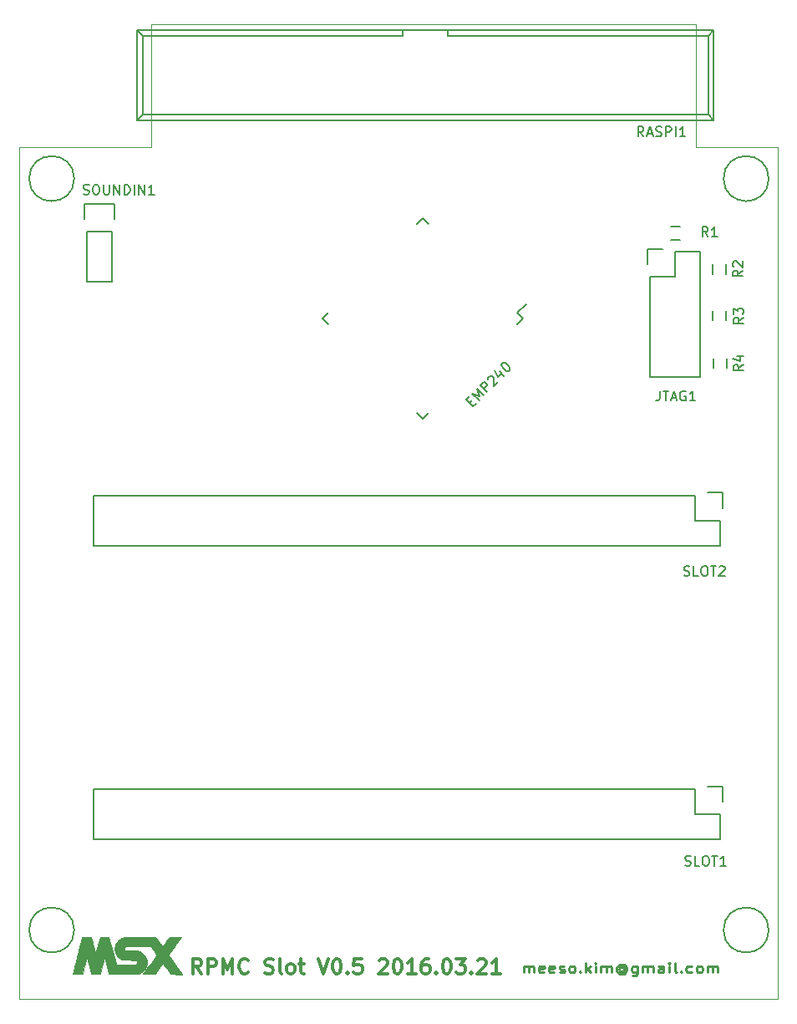
<source format=gbr>
G04 #@! TF.FileFunction,Legend,Top*
%FSLAX46Y46*%
G04 Gerber Fmt 4.6, Leading zero omitted, Abs format (unit mm)*
G04 Created by KiCad (PCBNEW 4.0.2-stable) date 2016-03-21 오전 2:06:37*
%MOMM*%
G01*
G04 APERTURE LIST*
%ADD10C,0.100000*%
%ADD11C,0.300000*%
%ADD12C,0.250000*%
%ADD13C,0.150000*%
%ADD14C,0.010000*%
G04 APERTURE END LIST*
D10*
X92857320Y-145000000D02*
X169666920Y-145000000D01*
X92857320Y-58719720D02*
X92857320Y-145000000D01*
X106227880Y-58719720D02*
X92857320Y-58719720D01*
X106227880Y-46294040D02*
X106227880Y-58719720D01*
X161401760Y-46294040D02*
X106227880Y-46294040D01*
X161401760Y-58734960D02*
X161401760Y-46294040D01*
X169666920Y-58734960D02*
X161401760Y-58734960D01*
X169666920Y-145000000D02*
X169666920Y-58734960D01*
D11*
X111305431Y-142410571D02*
X110805431Y-141696286D01*
X110448288Y-142410571D02*
X110448288Y-140910571D01*
X111019716Y-140910571D01*
X111162574Y-140982000D01*
X111234002Y-141053429D01*
X111305431Y-141196286D01*
X111305431Y-141410571D01*
X111234002Y-141553429D01*
X111162574Y-141624857D01*
X111019716Y-141696286D01*
X110448288Y-141696286D01*
X111948288Y-142410571D02*
X111948288Y-140910571D01*
X112519716Y-140910571D01*
X112662574Y-140982000D01*
X112734002Y-141053429D01*
X112805431Y-141196286D01*
X112805431Y-141410571D01*
X112734002Y-141553429D01*
X112662574Y-141624857D01*
X112519716Y-141696286D01*
X111948288Y-141696286D01*
X113448288Y-142410571D02*
X113448288Y-140910571D01*
X113948288Y-141982000D01*
X114448288Y-140910571D01*
X114448288Y-142410571D01*
X116019717Y-142267714D02*
X115948288Y-142339143D01*
X115734002Y-142410571D01*
X115591145Y-142410571D01*
X115376860Y-142339143D01*
X115234002Y-142196286D01*
X115162574Y-142053429D01*
X115091145Y-141767714D01*
X115091145Y-141553429D01*
X115162574Y-141267714D01*
X115234002Y-141124857D01*
X115376860Y-140982000D01*
X115591145Y-140910571D01*
X115734002Y-140910571D01*
X115948288Y-140982000D01*
X116019717Y-141053429D01*
X117734002Y-142339143D02*
X117948288Y-142410571D01*
X118305431Y-142410571D01*
X118448288Y-142339143D01*
X118519717Y-142267714D01*
X118591145Y-142124857D01*
X118591145Y-141982000D01*
X118519717Y-141839143D01*
X118448288Y-141767714D01*
X118305431Y-141696286D01*
X118019717Y-141624857D01*
X117876859Y-141553429D01*
X117805431Y-141482000D01*
X117734002Y-141339143D01*
X117734002Y-141196286D01*
X117805431Y-141053429D01*
X117876859Y-140982000D01*
X118019717Y-140910571D01*
X118376859Y-140910571D01*
X118591145Y-140982000D01*
X119448288Y-142410571D02*
X119305430Y-142339143D01*
X119234002Y-142196286D01*
X119234002Y-140910571D01*
X120234002Y-142410571D02*
X120091144Y-142339143D01*
X120019716Y-142267714D01*
X119948287Y-142124857D01*
X119948287Y-141696286D01*
X120019716Y-141553429D01*
X120091144Y-141482000D01*
X120234002Y-141410571D01*
X120448287Y-141410571D01*
X120591144Y-141482000D01*
X120662573Y-141553429D01*
X120734002Y-141696286D01*
X120734002Y-142124857D01*
X120662573Y-142267714D01*
X120591144Y-142339143D01*
X120448287Y-142410571D01*
X120234002Y-142410571D01*
X121162573Y-141410571D02*
X121734002Y-141410571D01*
X121376859Y-140910571D02*
X121376859Y-142196286D01*
X121448287Y-142339143D01*
X121591145Y-142410571D01*
X121734002Y-142410571D01*
X123162573Y-140910571D02*
X123662573Y-142410571D01*
X124162573Y-140910571D01*
X124948287Y-140910571D02*
X125091144Y-140910571D01*
X125234001Y-140982000D01*
X125305430Y-141053429D01*
X125376859Y-141196286D01*
X125448287Y-141482000D01*
X125448287Y-141839143D01*
X125376859Y-142124857D01*
X125305430Y-142267714D01*
X125234001Y-142339143D01*
X125091144Y-142410571D01*
X124948287Y-142410571D01*
X124805430Y-142339143D01*
X124734001Y-142267714D01*
X124662573Y-142124857D01*
X124591144Y-141839143D01*
X124591144Y-141482000D01*
X124662573Y-141196286D01*
X124734001Y-141053429D01*
X124805430Y-140982000D01*
X124948287Y-140910571D01*
X126091144Y-142267714D02*
X126162572Y-142339143D01*
X126091144Y-142410571D01*
X126019715Y-142339143D01*
X126091144Y-142267714D01*
X126091144Y-142410571D01*
X127519716Y-140910571D02*
X126805430Y-140910571D01*
X126734001Y-141624857D01*
X126805430Y-141553429D01*
X126948287Y-141482000D01*
X127305430Y-141482000D01*
X127448287Y-141553429D01*
X127519716Y-141624857D01*
X127591144Y-141767714D01*
X127591144Y-142124857D01*
X127519716Y-142267714D01*
X127448287Y-142339143D01*
X127305430Y-142410571D01*
X126948287Y-142410571D01*
X126805430Y-142339143D01*
X126734001Y-142267714D01*
X129305429Y-141053429D02*
X129376858Y-140982000D01*
X129519715Y-140910571D01*
X129876858Y-140910571D01*
X130019715Y-140982000D01*
X130091144Y-141053429D01*
X130162572Y-141196286D01*
X130162572Y-141339143D01*
X130091144Y-141553429D01*
X129234001Y-142410571D01*
X130162572Y-142410571D01*
X131091143Y-140910571D02*
X131234000Y-140910571D01*
X131376857Y-140982000D01*
X131448286Y-141053429D01*
X131519715Y-141196286D01*
X131591143Y-141482000D01*
X131591143Y-141839143D01*
X131519715Y-142124857D01*
X131448286Y-142267714D01*
X131376857Y-142339143D01*
X131234000Y-142410571D01*
X131091143Y-142410571D01*
X130948286Y-142339143D01*
X130876857Y-142267714D01*
X130805429Y-142124857D01*
X130734000Y-141839143D01*
X130734000Y-141482000D01*
X130805429Y-141196286D01*
X130876857Y-141053429D01*
X130948286Y-140982000D01*
X131091143Y-140910571D01*
X133019714Y-142410571D02*
X132162571Y-142410571D01*
X132591143Y-142410571D02*
X132591143Y-140910571D01*
X132448286Y-141124857D01*
X132305428Y-141267714D01*
X132162571Y-141339143D01*
X134305428Y-140910571D02*
X134019714Y-140910571D01*
X133876857Y-140982000D01*
X133805428Y-141053429D01*
X133662571Y-141267714D01*
X133591142Y-141553429D01*
X133591142Y-142124857D01*
X133662571Y-142267714D01*
X133733999Y-142339143D01*
X133876857Y-142410571D01*
X134162571Y-142410571D01*
X134305428Y-142339143D01*
X134376857Y-142267714D01*
X134448285Y-142124857D01*
X134448285Y-141767714D01*
X134376857Y-141624857D01*
X134305428Y-141553429D01*
X134162571Y-141482000D01*
X133876857Y-141482000D01*
X133733999Y-141553429D01*
X133662571Y-141624857D01*
X133591142Y-141767714D01*
X135091142Y-142267714D02*
X135162570Y-142339143D01*
X135091142Y-142410571D01*
X135019713Y-142339143D01*
X135091142Y-142267714D01*
X135091142Y-142410571D01*
X136091142Y-140910571D02*
X136233999Y-140910571D01*
X136376856Y-140982000D01*
X136448285Y-141053429D01*
X136519714Y-141196286D01*
X136591142Y-141482000D01*
X136591142Y-141839143D01*
X136519714Y-142124857D01*
X136448285Y-142267714D01*
X136376856Y-142339143D01*
X136233999Y-142410571D01*
X136091142Y-142410571D01*
X135948285Y-142339143D01*
X135876856Y-142267714D01*
X135805428Y-142124857D01*
X135733999Y-141839143D01*
X135733999Y-141482000D01*
X135805428Y-141196286D01*
X135876856Y-141053429D01*
X135948285Y-140982000D01*
X136091142Y-140910571D01*
X137091142Y-140910571D02*
X138019713Y-140910571D01*
X137519713Y-141482000D01*
X137733999Y-141482000D01*
X137876856Y-141553429D01*
X137948285Y-141624857D01*
X138019713Y-141767714D01*
X138019713Y-142124857D01*
X137948285Y-142267714D01*
X137876856Y-142339143D01*
X137733999Y-142410571D01*
X137305427Y-142410571D01*
X137162570Y-142339143D01*
X137091142Y-142267714D01*
X138662570Y-142267714D02*
X138733998Y-142339143D01*
X138662570Y-142410571D01*
X138591141Y-142339143D01*
X138662570Y-142267714D01*
X138662570Y-142410571D01*
X139305427Y-141053429D02*
X139376856Y-140982000D01*
X139519713Y-140910571D01*
X139876856Y-140910571D01*
X140019713Y-140982000D01*
X140091142Y-141053429D01*
X140162570Y-141196286D01*
X140162570Y-141339143D01*
X140091142Y-141553429D01*
X139233999Y-142410571D01*
X140162570Y-142410571D01*
X141591141Y-142410571D02*
X140733998Y-142410571D01*
X141162570Y-142410571D02*
X141162570Y-140910571D01*
X141019713Y-141124857D01*
X140876855Y-141267714D01*
X140733998Y-141339143D01*
D12*
X143968429Y-142311381D02*
X143968429Y-141644714D01*
X143968429Y-141739952D02*
X144025572Y-141692333D01*
X144139858Y-141644714D01*
X144311286Y-141644714D01*
X144425572Y-141692333D01*
X144482715Y-141787571D01*
X144482715Y-142311381D01*
X144482715Y-141787571D02*
X144539858Y-141692333D01*
X144654144Y-141644714D01*
X144825572Y-141644714D01*
X144939858Y-141692333D01*
X144997001Y-141787571D01*
X144997001Y-142311381D01*
X146025572Y-142263762D02*
X145911286Y-142311381D01*
X145682715Y-142311381D01*
X145568429Y-142263762D01*
X145511286Y-142168524D01*
X145511286Y-141787571D01*
X145568429Y-141692333D01*
X145682715Y-141644714D01*
X145911286Y-141644714D01*
X146025572Y-141692333D01*
X146082715Y-141787571D01*
X146082715Y-141882810D01*
X145511286Y-141978048D01*
X147054143Y-142263762D02*
X146939857Y-142311381D01*
X146711286Y-142311381D01*
X146597000Y-142263762D01*
X146539857Y-142168524D01*
X146539857Y-141787571D01*
X146597000Y-141692333D01*
X146711286Y-141644714D01*
X146939857Y-141644714D01*
X147054143Y-141692333D01*
X147111286Y-141787571D01*
X147111286Y-141882810D01*
X146539857Y-141978048D01*
X147568428Y-142263762D02*
X147682714Y-142311381D01*
X147911286Y-142311381D01*
X148025571Y-142263762D01*
X148082714Y-142168524D01*
X148082714Y-142120905D01*
X148025571Y-142025667D01*
X147911286Y-141978048D01*
X147739857Y-141978048D01*
X147625571Y-141930429D01*
X147568428Y-141835190D01*
X147568428Y-141787571D01*
X147625571Y-141692333D01*
X147739857Y-141644714D01*
X147911286Y-141644714D01*
X148025571Y-141692333D01*
X148768429Y-142311381D02*
X148654143Y-142263762D01*
X148597000Y-142216143D01*
X148539857Y-142120905D01*
X148539857Y-141835190D01*
X148597000Y-141739952D01*
X148654143Y-141692333D01*
X148768429Y-141644714D01*
X148939857Y-141644714D01*
X149054143Y-141692333D01*
X149111286Y-141739952D01*
X149168429Y-141835190D01*
X149168429Y-142120905D01*
X149111286Y-142216143D01*
X149054143Y-142263762D01*
X148939857Y-142311381D01*
X148768429Y-142311381D01*
X149682714Y-142216143D02*
X149739857Y-142263762D01*
X149682714Y-142311381D01*
X149625571Y-142263762D01*
X149682714Y-142216143D01*
X149682714Y-142311381D01*
X150254143Y-142311381D02*
X150254143Y-141311381D01*
X150368429Y-141930429D02*
X150711286Y-142311381D01*
X150711286Y-141644714D02*
X150254143Y-142025667D01*
X151225572Y-142311381D02*
X151225572Y-141644714D01*
X151225572Y-141311381D02*
X151168429Y-141359000D01*
X151225572Y-141406619D01*
X151282715Y-141359000D01*
X151225572Y-141311381D01*
X151225572Y-141406619D01*
X151797001Y-142311381D02*
X151797001Y-141644714D01*
X151797001Y-141739952D02*
X151854144Y-141692333D01*
X151968430Y-141644714D01*
X152139858Y-141644714D01*
X152254144Y-141692333D01*
X152311287Y-141787571D01*
X152311287Y-142311381D01*
X152311287Y-141787571D02*
X152368430Y-141692333D01*
X152482716Y-141644714D01*
X152654144Y-141644714D01*
X152768430Y-141692333D01*
X152825573Y-141787571D01*
X152825573Y-142311381D01*
X154139858Y-141835190D02*
X154082716Y-141787571D01*
X153968430Y-141739952D01*
X153854144Y-141739952D01*
X153739858Y-141787571D01*
X153682716Y-141835190D01*
X153625573Y-141930429D01*
X153625573Y-142025667D01*
X153682716Y-142120905D01*
X153739858Y-142168524D01*
X153854144Y-142216143D01*
X153968430Y-142216143D01*
X154082716Y-142168524D01*
X154139858Y-142120905D01*
X154139858Y-141739952D02*
X154139858Y-142120905D01*
X154197001Y-142168524D01*
X154254144Y-142168524D01*
X154368430Y-142120905D01*
X154425573Y-142025667D01*
X154425573Y-141787571D01*
X154311287Y-141644714D01*
X154139858Y-141549476D01*
X153911287Y-141501857D01*
X153682716Y-141549476D01*
X153511287Y-141644714D01*
X153397001Y-141787571D01*
X153339858Y-141978048D01*
X153397001Y-142168524D01*
X153511287Y-142311381D01*
X153682716Y-142406619D01*
X153911287Y-142454238D01*
X154139858Y-142406619D01*
X154311287Y-142311381D01*
X155454144Y-141644714D02*
X155454144Y-142454238D01*
X155397001Y-142549476D01*
X155339858Y-142597095D01*
X155225573Y-142644714D01*
X155054144Y-142644714D01*
X154939858Y-142597095D01*
X155454144Y-142263762D02*
X155339858Y-142311381D01*
X155111287Y-142311381D01*
X154997001Y-142263762D01*
X154939858Y-142216143D01*
X154882715Y-142120905D01*
X154882715Y-141835190D01*
X154939858Y-141739952D01*
X154997001Y-141692333D01*
X155111287Y-141644714D01*
X155339858Y-141644714D01*
X155454144Y-141692333D01*
X156025572Y-142311381D02*
X156025572Y-141644714D01*
X156025572Y-141739952D02*
X156082715Y-141692333D01*
X156197001Y-141644714D01*
X156368429Y-141644714D01*
X156482715Y-141692333D01*
X156539858Y-141787571D01*
X156539858Y-142311381D01*
X156539858Y-141787571D02*
X156597001Y-141692333D01*
X156711287Y-141644714D01*
X156882715Y-141644714D01*
X156997001Y-141692333D01*
X157054144Y-141787571D01*
X157054144Y-142311381D01*
X158139858Y-142311381D02*
X158139858Y-141787571D01*
X158082715Y-141692333D01*
X157968429Y-141644714D01*
X157739858Y-141644714D01*
X157625572Y-141692333D01*
X158139858Y-142263762D02*
X158025572Y-142311381D01*
X157739858Y-142311381D01*
X157625572Y-142263762D01*
X157568429Y-142168524D01*
X157568429Y-142073286D01*
X157625572Y-141978048D01*
X157739858Y-141930429D01*
X158025572Y-141930429D01*
X158139858Y-141882810D01*
X158711286Y-142311381D02*
X158711286Y-141644714D01*
X158711286Y-141311381D02*
X158654143Y-141359000D01*
X158711286Y-141406619D01*
X158768429Y-141359000D01*
X158711286Y-141311381D01*
X158711286Y-141406619D01*
X159454144Y-142311381D02*
X159339858Y-142263762D01*
X159282715Y-142168524D01*
X159282715Y-141311381D01*
X159911286Y-142216143D02*
X159968429Y-142263762D01*
X159911286Y-142311381D01*
X159854143Y-142263762D01*
X159911286Y-142216143D01*
X159911286Y-142311381D01*
X160997001Y-142263762D02*
X160882715Y-142311381D01*
X160654144Y-142311381D01*
X160539858Y-142263762D01*
X160482715Y-142216143D01*
X160425572Y-142120905D01*
X160425572Y-141835190D01*
X160482715Y-141739952D01*
X160539858Y-141692333D01*
X160654144Y-141644714D01*
X160882715Y-141644714D01*
X160997001Y-141692333D01*
X161682715Y-142311381D02*
X161568429Y-142263762D01*
X161511286Y-142216143D01*
X161454143Y-142120905D01*
X161454143Y-141835190D01*
X161511286Y-141739952D01*
X161568429Y-141692333D01*
X161682715Y-141644714D01*
X161854143Y-141644714D01*
X161968429Y-141692333D01*
X162025572Y-141739952D01*
X162082715Y-141835190D01*
X162082715Y-142120905D01*
X162025572Y-142216143D01*
X161968429Y-142263762D01*
X161854143Y-142311381D01*
X161682715Y-142311381D01*
X162597000Y-142311381D02*
X162597000Y-141644714D01*
X162597000Y-141739952D02*
X162654143Y-141692333D01*
X162768429Y-141644714D01*
X162939857Y-141644714D01*
X163054143Y-141692333D01*
X163111286Y-141787571D01*
X163111286Y-142311381D01*
X163111286Y-141787571D02*
X163168429Y-141692333D01*
X163282715Y-141644714D01*
X163454143Y-141644714D01*
X163568429Y-141692333D01*
X163625572Y-141787571D01*
X163625572Y-142311381D01*
D13*
X143877982Y-76073000D02*
X143312297Y-75507315D01*
X133731000Y-86219982D02*
X133165315Y-85654297D01*
X123584018Y-76073000D02*
X124149703Y-76638685D01*
X133731000Y-65926018D02*
X134296685Y-66491703D01*
X143877982Y-76073000D02*
X143312297Y-76638685D01*
X133731000Y-65926018D02*
X133165315Y-66491703D01*
X123584018Y-76073000D02*
X124149703Y-75507315D01*
X133731000Y-86219982D02*
X134296685Y-85654297D01*
X143312297Y-75507315D02*
X144213858Y-74605753D01*
X161290000Y-93980000D02*
X100330000Y-93980000D01*
X100330000Y-99060000D02*
X163830000Y-99060000D01*
X100330000Y-99060000D02*
X100330000Y-93980000D01*
X163830000Y-99060000D02*
X163830000Y-96520000D01*
X164110000Y-95250000D02*
X164110000Y-93700000D01*
X163830000Y-96520000D02*
X161290000Y-96520000D01*
X161290000Y-96520000D02*
X161290000Y-93980000D01*
X164110000Y-93700000D02*
X162560000Y-93700000D01*
X168786000Y-61889000D02*
G75*
G03X168786000Y-61889000I-2286000J0D01*
G01*
X98404680Y-61889000D02*
G75*
G03X98404680Y-61889000I-2286000J0D01*
G01*
X168786000Y-138000000D02*
G75*
G03X168786000Y-138000000I-2286000J0D01*
G01*
X161290000Y-123730000D02*
X100330000Y-123730000D01*
X100330000Y-128810000D02*
X163830000Y-128810000D01*
X100330000Y-128810000D02*
X100330000Y-123730000D01*
X163830000Y-128810000D02*
X163830000Y-126270000D01*
X164110000Y-125000000D02*
X164110000Y-123450000D01*
X163830000Y-126270000D02*
X161290000Y-126270000D01*
X161290000Y-126270000D02*
X161290000Y-123730000D01*
X164110000Y-123450000D02*
X162560000Y-123450000D01*
X163195000Y-55985000D02*
X104775000Y-55985000D01*
X162655000Y-55435000D02*
X105335000Y-55435000D01*
X163195000Y-46885000D02*
X104775000Y-46885000D01*
X162655000Y-47435000D02*
X136235000Y-47435000D01*
X131735000Y-47435000D02*
X105335000Y-47435000D01*
X136235000Y-47435000D02*
X136235000Y-46885000D01*
X131735000Y-47435000D02*
X131735000Y-46885000D01*
X163195000Y-55985000D02*
X163195000Y-46885000D01*
X162655000Y-55435000D02*
X162655000Y-47435000D01*
X104775000Y-55985000D02*
X104775000Y-46885000D01*
X105335000Y-55435000D02*
X105335000Y-47435000D01*
X163195000Y-55985000D02*
X162655000Y-55435000D01*
X104775000Y-55985000D02*
X105335000Y-55435000D01*
X163195000Y-46885000D02*
X162655000Y-47435000D01*
X104775000Y-46885000D02*
X105335000Y-47435000D01*
X99695000Y-67270000D02*
X99695000Y-72350000D01*
X99695000Y-72350000D02*
X102235000Y-72350000D01*
X102235000Y-72350000D02*
X102235000Y-67270000D01*
X102515000Y-64450000D02*
X102515000Y-66000000D01*
X102235000Y-67270000D02*
X99695000Y-67270000D01*
X99415000Y-66000000D02*
X99415000Y-64450000D01*
X99415000Y-64450000D02*
X102515000Y-64450000D01*
X161874200Y-69316600D02*
X161874200Y-82016600D01*
X161874200Y-82016600D02*
X156794200Y-82016600D01*
X156794200Y-82016600D02*
X156794200Y-71856600D01*
X161874200Y-69316600D02*
X159334200Y-69316600D01*
X158064200Y-69036600D02*
X156514200Y-69036600D01*
X159334200Y-69316600D02*
X159334200Y-71856600D01*
X159334200Y-71856600D02*
X156794200Y-71856600D01*
X156514200Y-69036600D02*
X156514200Y-70586600D01*
X158834200Y-66711200D02*
X159834200Y-66711200D01*
X159834200Y-68061200D02*
X158834200Y-68061200D01*
X163129600Y-71543800D02*
X163129600Y-70543800D01*
X164479600Y-70543800D02*
X164479600Y-71543800D01*
X164479600Y-75268200D02*
X164479600Y-76268200D01*
X163129600Y-76268200D02*
X163129600Y-75268200D01*
X163180400Y-81094200D02*
X163180400Y-80094200D01*
X164530400Y-80094200D02*
X164530400Y-81094200D01*
D14*
G36*
X108660815Y-138680384D02*
X108746072Y-138681082D01*
X108827666Y-138681797D01*
X108904710Y-138682520D01*
X108976314Y-138683239D01*
X109041591Y-138683945D01*
X109099652Y-138684627D01*
X109149610Y-138685273D01*
X109190574Y-138685875D01*
X109221658Y-138686421D01*
X109241973Y-138686900D01*
X109250631Y-138687303D01*
X109250881Y-138687364D01*
X109247509Y-138692699D01*
X109237139Y-138707851D01*
X109220142Y-138732294D01*
X109196889Y-138765503D01*
X109167754Y-138806951D01*
X109133107Y-138856113D01*
X109093320Y-138912463D01*
X109048766Y-138975477D01*
X108999815Y-139044627D01*
X108946840Y-139119388D01*
X108890212Y-139199235D01*
X108830304Y-139283641D01*
X108767487Y-139372082D01*
X108702132Y-139464031D01*
X108634612Y-139558963D01*
X108610511Y-139592833D01*
X108542237Y-139688793D01*
X108475941Y-139782013D01*
X108412001Y-139871962D01*
X108350791Y-139958111D01*
X108292688Y-140039928D01*
X108238068Y-140116883D01*
X108187306Y-140188446D01*
X108140778Y-140254088D01*
X108098860Y-140313277D01*
X108061929Y-140365483D01*
X108030359Y-140410176D01*
X108004527Y-140446825D01*
X107984808Y-140474901D01*
X107971578Y-140493872D01*
X107965214Y-140503209D01*
X107964682Y-140504094D01*
X107967979Y-140510026D01*
X107978282Y-140525795D01*
X107995231Y-140550889D01*
X108018468Y-140584796D01*
X108047636Y-140627005D01*
X108082374Y-140677004D01*
X108122327Y-140734282D01*
X108167134Y-140798327D01*
X108216438Y-140868628D01*
X108269881Y-140944673D01*
X108327104Y-141025952D01*
X108387749Y-141111951D01*
X108451458Y-141202161D01*
X108517873Y-141296068D01*
X108586635Y-141393163D01*
X108649965Y-141482475D01*
X108720707Y-141582187D01*
X108789564Y-141679258D01*
X108856169Y-141773168D01*
X108920154Y-141863397D01*
X108981152Y-141949429D01*
X109038795Y-142030743D01*
X109092715Y-142106822D01*
X109142546Y-142177146D01*
X109187919Y-142241197D01*
X109228467Y-142298456D01*
X109263823Y-142348405D01*
X109293619Y-142390524D01*
X109317488Y-142424295D01*
X109335062Y-142449200D01*
X109345974Y-142464719D01*
X109349764Y-142470187D01*
X109361160Y-142487650D01*
X109111192Y-142486118D01*
X109052219Y-142485758D01*
X108983183Y-142485338D01*
X108906722Y-142484874D01*
X108825471Y-142484382D01*
X108742069Y-142483878D01*
X108659152Y-142483378D01*
X108579357Y-142482898D01*
X108521500Y-142482551D01*
X108181775Y-142480514D01*
X107775907Y-141915451D01*
X107710451Y-141824378D01*
X107651987Y-141743164D01*
X107600147Y-141671318D01*
X107554568Y-141608345D01*
X107514881Y-141553755D01*
X107480722Y-141507054D01*
X107451725Y-141467750D01*
X107427523Y-141435351D01*
X107407751Y-141409364D01*
X107392042Y-141389297D01*
X107380030Y-141374657D01*
X107371350Y-141364952D01*
X107365636Y-141359690D01*
X107362521Y-141358377D01*
X107362083Y-141358631D01*
X107357476Y-141364904D01*
X107346188Y-141380965D01*
X107328700Y-141406113D01*
X107305494Y-141439650D01*
X107277051Y-141480875D01*
X107243853Y-141529089D01*
X107206381Y-141583593D01*
X107165117Y-141643685D01*
X107120542Y-141708668D01*
X107073137Y-141777840D01*
X107023384Y-141850502D01*
X106978471Y-141916150D01*
X106927069Y-141991277D01*
X106877601Y-142063519D01*
X106830545Y-142132177D01*
X106786385Y-142196553D01*
X106745600Y-142255946D01*
X106708671Y-142309657D01*
X106676081Y-142356987D01*
X106648309Y-142397237D01*
X106625838Y-142429708D01*
X106609147Y-142453700D01*
X106598718Y-142468514D01*
X106595111Y-142473395D01*
X106591367Y-142474783D01*
X106582562Y-142475996D01*
X106568049Y-142477040D01*
X106547179Y-142477921D01*
X106519305Y-142478648D01*
X106483779Y-142479225D01*
X106439954Y-142479661D01*
X106387181Y-142479962D01*
X106324812Y-142480135D01*
X106252201Y-142480186D01*
X106168699Y-142480123D01*
X106073658Y-142479952D01*
X105989741Y-142479745D01*
X105392076Y-142478125D01*
X106065255Y-141516100D01*
X106134849Y-141416640D01*
X106202559Y-141319870D01*
X106268017Y-141226311D01*
X106330860Y-141136485D01*
X106390721Y-141050916D01*
X106447236Y-140970124D01*
X106500039Y-140894632D01*
X106548765Y-140824964D01*
X106593048Y-140761640D01*
X106632524Y-140705183D01*
X106666828Y-140656115D01*
X106695593Y-140614959D01*
X106718455Y-140582238D01*
X106735048Y-140558472D01*
X106745008Y-140544185D01*
X106747930Y-140539965D01*
X106749411Y-140537063D01*
X106749886Y-140533345D01*
X106748910Y-140528117D01*
X106746035Y-140520685D01*
X106740815Y-140510353D01*
X106732805Y-140496428D01*
X106721557Y-140478214D01*
X106706626Y-140455017D01*
X106687565Y-140426142D01*
X106663929Y-140390894D01*
X106635269Y-140348580D01*
X106601142Y-140298503D01*
X106561099Y-140239970D01*
X106514695Y-140172285D01*
X106467989Y-140104231D01*
X106422775Y-140038408D01*
X106379453Y-139975416D01*
X106338586Y-139916071D01*
X106300738Y-139861185D01*
X106266470Y-139811575D01*
X106236347Y-139768053D01*
X106210932Y-139731433D01*
X106190788Y-139702532D01*
X106176478Y-139682161D01*
X106168565Y-139671137D01*
X106167338Y-139669549D01*
X106156125Y-139656493D01*
X103616125Y-139665097D01*
X103583803Y-139682141D01*
X103544847Y-139709103D01*
X103514629Y-139743091D01*
X103493043Y-139782353D01*
X103479982Y-139825134D01*
X103475339Y-139869682D01*
X103479008Y-139914242D01*
X103490883Y-139957063D01*
X103510857Y-139996390D01*
X103538823Y-140030469D01*
X103574674Y-140057549D01*
X103607528Y-140072506D01*
X103614273Y-140074189D01*
X103624816Y-140075743D01*
X103639897Y-140077193D01*
X103660257Y-140078560D01*
X103686634Y-140079867D01*
X103719769Y-140081138D01*
X103760402Y-140082394D01*
X103809273Y-140083659D01*
X103867120Y-140084956D01*
X103934685Y-140086307D01*
X104012707Y-140087736D01*
X104101926Y-140089264D01*
X104203081Y-140090916D01*
X104206362Y-140090968D01*
X104310182Y-140092639D01*
X104402189Y-140094170D01*
X104483268Y-140095624D01*
X104554304Y-140097062D01*
X104616183Y-140098546D01*
X104669789Y-140100139D01*
X104716009Y-140101902D01*
X104755727Y-140103898D01*
X104789829Y-140106188D01*
X104819199Y-140108834D01*
X104844723Y-140111898D01*
X104867287Y-140115442D01*
X104887775Y-140119528D01*
X104907072Y-140124219D01*
X104926065Y-140129576D01*
X104945638Y-140135660D01*
X104966677Y-140142535D01*
X104973015Y-140144631D01*
X105081903Y-140187247D01*
X105185588Y-140240919D01*
X105283334Y-140304810D01*
X105374400Y-140378086D01*
X105458050Y-140459912D01*
X105533545Y-140549453D01*
X105600146Y-140645874D01*
X105657116Y-140748340D01*
X105703716Y-140856016D01*
X105739208Y-140968067D01*
X105752765Y-141026488D01*
X105763593Y-141094227D01*
X105770663Y-141170472D01*
X105773923Y-141251581D01*
X105773321Y-141333911D01*
X105768806Y-141413821D01*
X105760327Y-141487670D01*
X105759371Y-141493875D01*
X105734705Y-141609873D01*
X105698010Y-141722831D01*
X105649817Y-141831585D01*
X105590660Y-141934974D01*
X105521068Y-142031832D01*
X105503968Y-142052675D01*
X105421505Y-142141331D01*
X105330482Y-142221713D01*
X105232234Y-142292914D01*
X105128095Y-142354027D01*
X105019401Y-142404146D01*
X104948741Y-142429812D01*
X104934242Y-142434636D01*
X104921164Y-142439095D01*
X104908989Y-142443205D01*
X104897197Y-142446981D01*
X104885270Y-142450439D01*
X104872690Y-142453595D01*
X104858938Y-142456464D01*
X104843496Y-142459062D01*
X104825846Y-142461404D01*
X104805468Y-142463507D01*
X104781845Y-142465385D01*
X104754457Y-142467055D01*
X104722787Y-142468532D01*
X104686317Y-142469832D01*
X104644526Y-142470970D01*
X104596898Y-142471963D01*
X104542913Y-142472825D01*
X104482053Y-142473573D01*
X104413800Y-142474221D01*
X104337635Y-142474787D01*
X104253040Y-142475285D01*
X104159496Y-142475731D01*
X104056485Y-142476140D01*
X103943488Y-142476529D01*
X103819986Y-142476913D01*
X103685463Y-142477307D01*
X103539397Y-142477728D01*
X103381273Y-142478191D01*
X103342334Y-142478307D01*
X101925544Y-142482566D01*
X101921071Y-142464470D01*
X101917678Y-142451247D01*
X101911356Y-142427128D01*
X101902333Y-142392971D01*
X101890840Y-142349631D01*
X101877105Y-142297964D01*
X101861359Y-142238827D01*
X101843829Y-142173076D01*
X101824746Y-142101567D01*
X101804340Y-142025157D01*
X101782838Y-141944701D01*
X101760472Y-141861057D01*
X101737469Y-141775079D01*
X101714060Y-141687625D01*
X101690474Y-141599550D01*
X101666939Y-141511711D01*
X101643686Y-141424964D01*
X101620944Y-141340165D01*
X101598943Y-141258171D01*
X101577910Y-141179837D01*
X101558077Y-141106020D01*
X101539672Y-141037576D01*
X101522924Y-140975362D01*
X101508064Y-140920233D01*
X101495319Y-140873046D01*
X101484921Y-140834657D01*
X101477097Y-140805922D01*
X101472078Y-140787697D01*
X101470092Y-140780839D01*
X101470075Y-140780809D01*
X101466979Y-140784462D01*
X101462587Y-140796680D01*
X101461776Y-140799542D01*
X101459457Y-140808158D01*
X101454053Y-140828312D01*
X101445759Y-140859272D01*
X101434772Y-140900305D01*
X101421287Y-140950680D01*
X101405501Y-141009665D01*
X101387608Y-141076529D01*
X101367805Y-141150540D01*
X101346287Y-141230966D01*
X101323251Y-141317076D01*
X101298892Y-141408137D01*
X101273406Y-141503419D01*
X101246988Y-141602189D01*
X101234773Y-141647862D01*
X101013568Y-142474950D01*
X100147619Y-142474950D01*
X100138169Y-142441612D01*
X100135317Y-142431494D01*
X100129244Y-142409898D01*
X100120161Y-142377576D01*
X100108277Y-142335276D01*
X100093804Y-142283750D01*
X100076952Y-142223746D01*
X100057932Y-142156016D01*
X100036954Y-142081310D01*
X100014230Y-142000377D01*
X99989969Y-141913968D01*
X99964383Y-141822833D01*
X99937682Y-141727721D01*
X99910077Y-141629385D01*
X99901063Y-141597274D01*
X99873397Y-141498793D01*
X99846661Y-141403770D01*
X99821055Y-141312913D01*
X99796783Y-141226932D01*
X99774043Y-141146533D01*
X99753039Y-141072426D01*
X99733972Y-141005318D01*
X99717042Y-140945919D01*
X99702451Y-140894935D01*
X99690401Y-140853076D01*
X99681093Y-140821049D01*
X99674728Y-140799563D01*
X99671507Y-140789326D01*
X99671148Y-140788534D01*
X99669387Y-140794857D01*
X99664770Y-140812804D01*
X99657472Y-140841667D01*
X99647671Y-140880739D01*
X99635540Y-140929309D01*
X99621257Y-140986671D01*
X99604998Y-141052116D01*
X99586937Y-141124935D01*
X99567252Y-141204420D01*
X99546118Y-141289863D01*
X99523710Y-141380556D01*
X99500205Y-141475790D01*
X99475779Y-141574857D01*
X99461095Y-141634459D01*
X99253302Y-142478125D01*
X99201101Y-142477957D01*
X99186033Y-142477909D01*
X99159435Y-142477825D01*
X99122480Y-142477708D01*
X99076336Y-142477563D01*
X99022174Y-142477392D01*
X98961166Y-142477199D01*
X98894482Y-142476989D01*
X98823292Y-142476765D01*
X98748768Y-142476530D01*
X98698050Y-142476370D01*
X98611348Y-142476082D01*
X98536483Y-142475786D01*
X98472592Y-142475461D01*
X98418812Y-142475081D01*
X98374281Y-142474624D01*
X98338134Y-142474065D01*
X98309510Y-142473382D01*
X98287545Y-142472551D01*
X98271376Y-142471548D01*
X98260140Y-142470349D01*
X98252974Y-142468932D01*
X98249016Y-142467272D01*
X98247402Y-142465345D01*
X98247200Y-142464061D01*
X98248738Y-142457414D01*
X98253256Y-142439033D01*
X98260608Y-142409494D01*
X98270647Y-142369373D01*
X98283229Y-142319246D01*
X98298206Y-142259689D01*
X98315434Y-142191276D01*
X98334766Y-142114585D01*
X98356057Y-142030191D01*
X98379161Y-141938669D01*
X98403931Y-141840596D01*
X98430222Y-141736546D01*
X98457888Y-141627097D01*
X98486783Y-141512824D01*
X98516762Y-141394302D01*
X98547678Y-141272107D01*
X98579385Y-141146816D01*
X98611739Y-141019003D01*
X98644592Y-140889245D01*
X98677799Y-140758117D01*
X98711214Y-140626196D01*
X98744692Y-140494057D01*
X98778086Y-140362275D01*
X98811250Y-140231427D01*
X98844039Y-140102089D01*
X98876307Y-139974835D01*
X98907908Y-139850243D01*
X98938695Y-139728887D01*
X98968524Y-139611343D01*
X98997248Y-139498188D01*
X99024722Y-139389997D01*
X99050799Y-139287346D01*
X99075334Y-139190810D01*
X99098181Y-139100966D01*
X99119194Y-139018389D01*
X99138226Y-138943655D01*
X99155133Y-138877339D01*
X99169769Y-138820018D01*
X99181987Y-138772268D01*
X99191641Y-138734663D01*
X99198587Y-138707780D01*
X99202677Y-138692195D01*
X99203623Y-138688762D01*
X99204833Y-138686617D01*
X99207690Y-138684766D01*
X99213069Y-138683188D01*
X99221844Y-138681861D01*
X99234891Y-138680764D01*
X99253085Y-138679874D01*
X99277302Y-138679171D01*
X99308415Y-138678633D01*
X99347302Y-138678237D01*
X99394835Y-138677963D01*
X99451892Y-138677789D01*
X99519347Y-138677694D01*
X99598075Y-138677655D01*
X99653884Y-138677650D01*
X100100862Y-138677649D01*
X100113463Y-138720512D01*
X100116738Y-138731938D01*
X100123217Y-138754812D01*
X100132680Y-138788352D01*
X100144908Y-138831775D01*
X100159681Y-138884301D01*
X100176780Y-138945147D01*
X100195985Y-139013531D01*
X100217077Y-139088671D01*
X100239835Y-139169785D01*
X100264040Y-139256091D01*
X100289473Y-139346807D01*
X100315913Y-139441152D01*
X100343067Y-139538075D01*
X100370092Y-139634498D01*
X100396209Y-139727576D01*
X100421210Y-139816574D01*
X100444888Y-139900754D01*
X100467034Y-139979380D01*
X100487439Y-140051715D01*
X100505896Y-140117023D01*
X100522196Y-140174566D01*
X100536131Y-140223608D01*
X100547493Y-140263413D01*
X100556074Y-140293243D01*
X100561665Y-140312362D01*
X100564058Y-140320034D01*
X100564097Y-140320117D01*
X100566328Y-140315053D01*
X100571873Y-140298500D01*
X100580518Y-140271167D01*
X100592052Y-140233766D01*
X100606262Y-140187009D01*
X100622937Y-140131605D01*
X100641863Y-140068266D01*
X100662828Y-139997702D01*
X100685621Y-139920625D01*
X100710029Y-139837746D01*
X100735839Y-139749776D01*
X100762840Y-139657424D01*
X100790818Y-139561404D01*
X100796390Y-139542242D01*
X100824774Y-139444609D01*
X100852323Y-139349861D01*
X100878811Y-139258768D01*
X100904017Y-139172099D01*
X100927715Y-139090622D01*
X100949683Y-139015106D01*
X100969697Y-138946319D01*
X100987533Y-138885031D01*
X101002967Y-138832009D01*
X101015777Y-138788023D01*
X101025737Y-138753841D01*
X101032625Y-138730232D01*
X101036217Y-138717965D01*
X101036403Y-138717337D01*
X101048150Y-138677650D01*
X101470125Y-138677650D01*
X101542050Y-138677686D01*
X101610110Y-138677790D01*
X101673262Y-138677957D01*
X101730463Y-138678180D01*
X101780671Y-138678453D01*
X101822841Y-138678770D01*
X101855933Y-138679124D01*
X101878902Y-138679511D01*
X101890705Y-138679922D01*
X101892099Y-138680124D01*
X101893795Y-138686412D01*
X101898755Y-138704258D01*
X101906793Y-138732998D01*
X101917722Y-138771968D01*
X101931354Y-138820504D01*
X101947501Y-138877941D01*
X101965978Y-138943616D01*
X101986595Y-139016865D01*
X102009167Y-139097024D01*
X102033505Y-139183429D01*
X102059422Y-139275415D01*
X102086732Y-139372320D01*
X102115246Y-139473478D01*
X102144777Y-139578227D01*
X102175138Y-139685901D01*
X102206142Y-139795838D01*
X102237601Y-139907372D01*
X102269328Y-140019841D01*
X102301135Y-140132579D01*
X102332836Y-140244924D01*
X102364243Y-140356211D01*
X102395169Y-140465776D01*
X102425425Y-140572955D01*
X102454826Y-140677084D01*
X102483184Y-140777500D01*
X102510311Y-140873537D01*
X102536019Y-140964533D01*
X102560123Y-141049824D01*
X102582434Y-141128744D01*
X102602765Y-141200631D01*
X102620928Y-141264820D01*
X102636737Y-141320647D01*
X102650004Y-141367449D01*
X102660542Y-141404561D01*
X102668163Y-141431320D01*
X102672680Y-141447060D01*
X102673876Y-141451110D01*
X102680549Y-141471846D01*
X103659512Y-141470160D01*
X104638475Y-141468475D01*
X104665094Y-141454246D01*
X104685521Y-141440512D01*
X104703773Y-141423738D01*
X104707766Y-141418971D01*
X104732988Y-141377410D01*
X104749538Y-141331771D01*
X104757705Y-141283979D01*
X104757778Y-141235961D01*
X104750047Y-141189645D01*
X104734799Y-141146955D01*
X104712325Y-141109821D01*
X104682914Y-141080166D01*
X104654350Y-141063018D01*
X104649206Y-141060871D01*
X104643395Y-141058959D01*
X104636132Y-141057259D01*
X104626630Y-141055742D01*
X104614103Y-141054385D01*
X104597765Y-141053160D01*
X104576830Y-141052041D01*
X104550512Y-141051003D01*
X104518026Y-141050020D01*
X104478584Y-141049065D01*
X104431401Y-141048114D01*
X104375691Y-141047139D01*
X104310668Y-141046115D01*
X104235545Y-141045016D01*
X104149538Y-141043816D01*
X104051859Y-141042489D01*
X104019350Y-141042052D01*
X103913958Y-141040605D01*
X103820484Y-141039253D01*
X103738146Y-141037973D01*
X103666162Y-141036744D01*
X103603751Y-141035544D01*
X103550131Y-141034353D01*
X103504521Y-141033147D01*
X103466138Y-141031907D01*
X103434201Y-141030610D01*
X103407928Y-141029235D01*
X103386538Y-141027760D01*
X103369248Y-141026164D01*
X103355278Y-141024426D01*
X103350126Y-141023634D01*
X103255938Y-141001914D01*
X103163681Y-140968228D01*
X103074189Y-140923262D01*
X102988292Y-140867702D01*
X102906823Y-140802234D01*
X102830613Y-140727544D01*
X102760493Y-140644319D01*
X102697297Y-140553244D01*
X102641856Y-140455005D01*
X102629054Y-140428880D01*
X102581697Y-140315010D01*
X102545275Y-140196393D01*
X102519979Y-140074561D01*
X102506002Y-139951046D01*
X102503535Y-139827382D01*
X102512770Y-139705100D01*
X102527310Y-139616109D01*
X102555947Y-139506446D01*
X102596287Y-139400610D01*
X102647713Y-139299344D01*
X102709607Y-139203386D01*
X102781354Y-139113479D01*
X102862337Y-139030363D01*
X102951939Y-138954779D01*
X103049544Y-138887467D01*
X103154535Y-138829169D01*
X103200200Y-138807765D01*
X103289453Y-138771949D01*
X103383330Y-138742032D01*
X103484266Y-138717340D01*
X103594696Y-138697195D01*
X103603425Y-138695850D01*
X103612401Y-138694947D01*
X103627361Y-138694100D01*
X103648679Y-138693306D01*
X103676730Y-138692561D01*
X103711890Y-138691865D01*
X103754533Y-138691214D01*
X103805034Y-138690606D01*
X103863769Y-138690039D01*
X103931113Y-138689509D01*
X104007440Y-138689015D01*
X104093126Y-138688555D01*
X104188545Y-138688125D01*
X104294074Y-138687723D01*
X104410086Y-138687347D01*
X104536957Y-138686994D01*
X104675063Y-138686663D01*
X104824777Y-138686349D01*
X104986475Y-138686052D01*
X105144105Y-138685794D01*
X106633986Y-138683477D01*
X106991955Y-139170672D01*
X107043301Y-139240551D01*
X107092578Y-139307613D01*
X107139259Y-139371137D01*
X107182814Y-139430405D01*
X107222715Y-139484698D01*
X107258434Y-139533296D01*
X107289442Y-139575481D01*
X107315211Y-139610534D01*
X107335212Y-139637735D01*
X107348917Y-139656366D01*
X107355796Y-139665707D01*
X107356465Y-139666610D01*
X107359263Y-139665805D01*
X107365467Y-139659852D01*
X107375414Y-139648293D01*
X107389442Y-139630667D01*
X107407890Y-139606516D01*
X107431096Y-139575379D01*
X107459399Y-139536799D01*
X107493136Y-139490314D01*
X107532645Y-139435467D01*
X107578266Y-139371797D01*
X107630335Y-139298846D01*
X107689192Y-139216153D01*
X107718048Y-139175549D01*
X108073090Y-138675745D01*
X108660815Y-138680384D01*
X108660815Y-138680384D01*
G37*
X108660815Y-138680384D02*
X108746072Y-138681082D01*
X108827666Y-138681797D01*
X108904710Y-138682520D01*
X108976314Y-138683239D01*
X109041591Y-138683945D01*
X109099652Y-138684627D01*
X109149610Y-138685273D01*
X109190574Y-138685875D01*
X109221658Y-138686421D01*
X109241973Y-138686900D01*
X109250631Y-138687303D01*
X109250881Y-138687364D01*
X109247509Y-138692699D01*
X109237139Y-138707851D01*
X109220142Y-138732294D01*
X109196889Y-138765503D01*
X109167754Y-138806951D01*
X109133107Y-138856113D01*
X109093320Y-138912463D01*
X109048766Y-138975477D01*
X108999815Y-139044627D01*
X108946840Y-139119388D01*
X108890212Y-139199235D01*
X108830304Y-139283641D01*
X108767487Y-139372082D01*
X108702132Y-139464031D01*
X108634612Y-139558963D01*
X108610511Y-139592833D01*
X108542237Y-139688793D01*
X108475941Y-139782013D01*
X108412001Y-139871962D01*
X108350791Y-139958111D01*
X108292688Y-140039928D01*
X108238068Y-140116883D01*
X108187306Y-140188446D01*
X108140778Y-140254088D01*
X108098860Y-140313277D01*
X108061929Y-140365483D01*
X108030359Y-140410176D01*
X108004527Y-140446825D01*
X107984808Y-140474901D01*
X107971578Y-140493872D01*
X107965214Y-140503209D01*
X107964682Y-140504094D01*
X107967979Y-140510026D01*
X107978282Y-140525795D01*
X107995231Y-140550889D01*
X108018468Y-140584796D01*
X108047636Y-140627005D01*
X108082374Y-140677004D01*
X108122327Y-140734282D01*
X108167134Y-140798327D01*
X108216438Y-140868628D01*
X108269881Y-140944673D01*
X108327104Y-141025952D01*
X108387749Y-141111951D01*
X108451458Y-141202161D01*
X108517873Y-141296068D01*
X108586635Y-141393163D01*
X108649965Y-141482475D01*
X108720707Y-141582187D01*
X108789564Y-141679258D01*
X108856169Y-141773168D01*
X108920154Y-141863397D01*
X108981152Y-141949429D01*
X109038795Y-142030743D01*
X109092715Y-142106822D01*
X109142546Y-142177146D01*
X109187919Y-142241197D01*
X109228467Y-142298456D01*
X109263823Y-142348405D01*
X109293619Y-142390524D01*
X109317488Y-142424295D01*
X109335062Y-142449200D01*
X109345974Y-142464719D01*
X109349764Y-142470187D01*
X109361160Y-142487650D01*
X109111192Y-142486118D01*
X109052219Y-142485758D01*
X108983183Y-142485338D01*
X108906722Y-142484874D01*
X108825471Y-142484382D01*
X108742069Y-142483878D01*
X108659152Y-142483378D01*
X108579357Y-142482898D01*
X108521500Y-142482551D01*
X108181775Y-142480514D01*
X107775907Y-141915451D01*
X107710451Y-141824378D01*
X107651987Y-141743164D01*
X107600147Y-141671318D01*
X107554568Y-141608345D01*
X107514881Y-141553755D01*
X107480722Y-141507054D01*
X107451725Y-141467750D01*
X107427523Y-141435351D01*
X107407751Y-141409364D01*
X107392042Y-141389297D01*
X107380030Y-141374657D01*
X107371350Y-141364952D01*
X107365636Y-141359690D01*
X107362521Y-141358377D01*
X107362083Y-141358631D01*
X107357476Y-141364904D01*
X107346188Y-141380965D01*
X107328700Y-141406113D01*
X107305494Y-141439650D01*
X107277051Y-141480875D01*
X107243853Y-141529089D01*
X107206381Y-141583593D01*
X107165117Y-141643685D01*
X107120542Y-141708668D01*
X107073137Y-141777840D01*
X107023384Y-141850502D01*
X106978471Y-141916150D01*
X106927069Y-141991277D01*
X106877601Y-142063519D01*
X106830545Y-142132177D01*
X106786385Y-142196553D01*
X106745600Y-142255946D01*
X106708671Y-142309657D01*
X106676081Y-142356987D01*
X106648309Y-142397237D01*
X106625838Y-142429708D01*
X106609147Y-142453700D01*
X106598718Y-142468514D01*
X106595111Y-142473395D01*
X106591367Y-142474783D01*
X106582562Y-142475996D01*
X106568049Y-142477040D01*
X106547179Y-142477921D01*
X106519305Y-142478648D01*
X106483779Y-142479225D01*
X106439954Y-142479661D01*
X106387181Y-142479962D01*
X106324812Y-142480135D01*
X106252201Y-142480186D01*
X106168699Y-142480123D01*
X106073658Y-142479952D01*
X105989741Y-142479745D01*
X105392076Y-142478125D01*
X106065255Y-141516100D01*
X106134849Y-141416640D01*
X106202559Y-141319870D01*
X106268017Y-141226311D01*
X106330860Y-141136485D01*
X106390721Y-141050916D01*
X106447236Y-140970124D01*
X106500039Y-140894632D01*
X106548765Y-140824964D01*
X106593048Y-140761640D01*
X106632524Y-140705183D01*
X106666828Y-140656115D01*
X106695593Y-140614959D01*
X106718455Y-140582238D01*
X106735048Y-140558472D01*
X106745008Y-140544185D01*
X106747930Y-140539965D01*
X106749411Y-140537063D01*
X106749886Y-140533345D01*
X106748910Y-140528117D01*
X106746035Y-140520685D01*
X106740815Y-140510353D01*
X106732805Y-140496428D01*
X106721557Y-140478214D01*
X106706626Y-140455017D01*
X106687565Y-140426142D01*
X106663929Y-140390894D01*
X106635269Y-140348580D01*
X106601142Y-140298503D01*
X106561099Y-140239970D01*
X106514695Y-140172285D01*
X106467989Y-140104231D01*
X106422775Y-140038408D01*
X106379453Y-139975416D01*
X106338586Y-139916071D01*
X106300738Y-139861185D01*
X106266470Y-139811575D01*
X106236347Y-139768053D01*
X106210932Y-139731433D01*
X106190788Y-139702532D01*
X106176478Y-139682161D01*
X106168565Y-139671137D01*
X106167338Y-139669549D01*
X106156125Y-139656493D01*
X103616125Y-139665097D01*
X103583803Y-139682141D01*
X103544847Y-139709103D01*
X103514629Y-139743091D01*
X103493043Y-139782353D01*
X103479982Y-139825134D01*
X103475339Y-139869682D01*
X103479008Y-139914242D01*
X103490883Y-139957063D01*
X103510857Y-139996390D01*
X103538823Y-140030469D01*
X103574674Y-140057549D01*
X103607528Y-140072506D01*
X103614273Y-140074189D01*
X103624816Y-140075743D01*
X103639897Y-140077193D01*
X103660257Y-140078560D01*
X103686634Y-140079867D01*
X103719769Y-140081138D01*
X103760402Y-140082394D01*
X103809273Y-140083659D01*
X103867120Y-140084956D01*
X103934685Y-140086307D01*
X104012707Y-140087736D01*
X104101926Y-140089264D01*
X104203081Y-140090916D01*
X104206362Y-140090968D01*
X104310182Y-140092639D01*
X104402189Y-140094170D01*
X104483268Y-140095624D01*
X104554304Y-140097062D01*
X104616183Y-140098546D01*
X104669789Y-140100139D01*
X104716009Y-140101902D01*
X104755727Y-140103898D01*
X104789829Y-140106188D01*
X104819199Y-140108834D01*
X104844723Y-140111898D01*
X104867287Y-140115442D01*
X104887775Y-140119528D01*
X104907072Y-140124219D01*
X104926065Y-140129576D01*
X104945638Y-140135660D01*
X104966677Y-140142535D01*
X104973015Y-140144631D01*
X105081903Y-140187247D01*
X105185588Y-140240919D01*
X105283334Y-140304810D01*
X105374400Y-140378086D01*
X105458050Y-140459912D01*
X105533545Y-140549453D01*
X105600146Y-140645874D01*
X105657116Y-140748340D01*
X105703716Y-140856016D01*
X105739208Y-140968067D01*
X105752765Y-141026488D01*
X105763593Y-141094227D01*
X105770663Y-141170472D01*
X105773923Y-141251581D01*
X105773321Y-141333911D01*
X105768806Y-141413821D01*
X105760327Y-141487670D01*
X105759371Y-141493875D01*
X105734705Y-141609873D01*
X105698010Y-141722831D01*
X105649817Y-141831585D01*
X105590660Y-141934974D01*
X105521068Y-142031832D01*
X105503968Y-142052675D01*
X105421505Y-142141331D01*
X105330482Y-142221713D01*
X105232234Y-142292914D01*
X105128095Y-142354027D01*
X105019401Y-142404146D01*
X104948741Y-142429812D01*
X104934242Y-142434636D01*
X104921164Y-142439095D01*
X104908989Y-142443205D01*
X104897197Y-142446981D01*
X104885270Y-142450439D01*
X104872690Y-142453595D01*
X104858938Y-142456464D01*
X104843496Y-142459062D01*
X104825846Y-142461404D01*
X104805468Y-142463507D01*
X104781845Y-142465385D01*
X104754457Y-142467055D01*
X104722787Y-142468532D01*
X104686317Y-142469832D01*
X104644526Y-142470970D01*
X104596898Y-142471963D01*
X104542913Y-142472825D01*
X104482053Y-142473573D01*
X104413800Y-142474221D01*
X104337635Y-142474787D01*
X104253040Y-142475285D01*
X104159496Y-142475731D01*
X104056485Y-142476140D01*
X103943488Y-142476529D01*
X103819986Y-142476913D01*
X103685463Y-142477307D01*
X103539397Y-142477728D01*
X103381273Y-142478191D01*
X103342334Y-142478307D01*
X101925544Y-142482566D01*
X101921071Y-142464470D01*
X101917678Y-142451247D01*
X101911356Y-142427128D01*
X101902333Y-142392971D01*
X101890840Y-142349631D01*
X101877105Y-142297964D01*
X101861359Y-142238827D01*
X101843829Y-142173076D01*
X101824746Y-142101567D01*
X101804340Y-142025157D01*
X101782838Y-141944701D01*
X101760472Y-141861057D01*
X101737469Y-141775079D01*
X101714060Y-141687625D01*
X101690474Y-141599550D01*
X101666939Y-141511711D01*
X101643686Y-141424964D01*
X101620944Y-141340165D01*
X101598943Y-141258171D01*
X101577910Y-141179837D01*
X101558077Y-141106020D01*
X101539672Y-141037576D01*
X101522924Y-140975362D01*
X101508064Y-140920233D01*
X101495319Y-140873046D01*
X101484921Y-140834657D01*
X101477097Y-140805922D01*
X101472078Y-140787697D01*
X101470092Y-140780839D01*
X101470075Y-140780809D01*
X101466979Y-140784462D01*
X101462587Y-140796680D01*
X101461776Y-140799542D01*
X101459457Y-140808158D01*
X101454053Y-140828312D01*
X101445759Y-140859272D01*
X101434772Y-140900305D01*
X101421287Y-140950680D01*
X101405501Y-141009665D01*
X101387608Y-141076529D01*
X101367805Y-141150540D01*
X101346287Y-141230966D01*
X101323251Y-141317076D01*
X101298892Y-141408137D01*
X101273406Y-141503419D01*
X101246988Y-141602189D01*
X101234773Y-141647862D01*
X101013568Y-142474950D01*
X100147619Y-142474950D01*
X100138169Y-142441612D01*
X100135317Y-142431494D01*
X100129244Y-142409898D01*
X100120161Y-142377576D01*
X100108277Y-142335276D01*
X100093804Y-142283750D01*
X100076952Y-142223746D01*
X100057932Y-142156016D01*
X100036954Y-142081310D01*
X100014230Y-142000377D01*
X99989969Y-141913968D01*
X99964383Y-141822833D01*
X99937682Y-141727721D01*
X99910077Y-141629385D01*
X99901063Y-141597274D01*
X99873397Y-141498793D01*
X99846661Y-141403770D01*
X99821055Y-141312913D01*
X99796783Y-141226932D01*
X99774043Y-141146533D01*
X99753039Y-141072426D01*
X99733972Y-141005318D01*
X99717042Y-140945919D01*
X99702451Y-140894935D01*
X99690401Y-140853076D01*
X99681093Y-140821049D01*
X99674728Y-140799563D01*
X99671507Y-140789326D01*
X99671148Y-140788534D01*
X99669387Y-140794857D01*
X99664770Y-140812804D01*
X99657472Y-140841667D01*
X99647671Y-140880739D01*
X99635540Y-140929309D01*
X99621257Y-140986671D01*
X99604998Y-141052116D01*
X99586937Y-141124935D01*
X99567252Y-141204420D01*
X99546118Y-141289863D01*
X99523710Y-141380556D01*
X99500205Y-141475790D01*
X99475779Y-141574857D01*
X99461095Y-141634459D01*
X99253302Y-142478125D01*
X99201101Y-142477957D01*
X99186033Y-142477909D01*
X99159435Y-142477825D01*
X99122480Y-142477708D01*
X99076336Y-142477563D01*
X99022174Y-142477392D01*
X98961166Y-142477199D01*
X98894482Y-142476989D01*
X98823292Y-142476765D01*
X98748768Y-142476530D01*
X98698050Y-142476370D01*
X98611348Y-142476082D01*
X98536483Y-142475786D01*
X98472592Y-142475461D01*
X98418812Y-142475081D01*
X98374281Y-142474624D01*
X98338134Y-142474065D01*
X98309510Y-142473382D01*
X98287545Y-142472551D01*
X98271376Y-142471548D01*
X98260140Y-142470349D01*
X98252974Y-142468932D01*
X98249016Y-142467272D01*
X98247402Y-142465345D01*
X98247200Y-142464061D01*
X98248738Y-142457414D01*
X98253256Y-142439033D01*
X98260608Y-142409494D01*
X98270647Y-142369373D01*
X98283229Y-142319246D01*
X98298206Y-142259689D01*
X98315434Y-142191276D01*
X98334766Y-142114585D01*
X98356057Y-142030191D01*
X98379161Y-141938669D01*
X98403931Y-141840596D01*
X98430222Y-141736546D01*
X98457888Y-141627097D01*
X98486783Y-141512824D01*
X98516762Y-141394302D01*
X98547678Y-141272107D01*
X98579385Y-141146816D01*
X98611739Y-141019003D01*
X98644592Y-140889245D01*
X98677799Y-140758117D01*
X98711214Y-140626196D01*
X98744692Y-140494057D01*
X98778086Y-140362275D01*
X98811250Y-140231427D01*
X98844039Y-140102089D01*
X98876307Y-139974835D01*
X98907908Y-139850243D01*
X98938695Y-139728887D01*
X98968524Y-139611343D01*
X98997248Y-139498188D01*
X99024722Y-139389997D01*
X99050799Y-139287346D01*
X99075334Y-139190810D01*
X99098181Y-139100966D01*
X99119194Y-139018389D01*
X99138226Y-138943655D01*
X99155133Y-138877339D01*
X99169769Y-138820018D01*
X99181987Y-138772268D01*
X99191641Y-138734663D01*
X99198587Y-138707780D01*
X99202677Y-138692195D01*
X99203623Y-138688762D01*
X99204833Y-138686617D01*
X99207690Y-138684766D01*
X99213069Y-138683188D01*
X99221844Y-138681861D01*
X99234891Y-138680764D01*
X99253085Y-138679874D01*
X99277302Y-138679171D01*
X99308415Y-138678633D01*
X99347302Y-138678237D01*
X99394835Y-138677963D01*
X99451892Y-138677789D01*
X99519347Y-138677694D01*
X99598075Y-138677655D01*
X99653884Y-138677650D01*
X100100862Y-138677649D01*
X100113463Y-138720512D01*
X100116738Y-138731938D01*
X100123217Y-138754812D01*
X100132680Y-138788352D01*
X100144908Y-138831775D01*
X100159681Y-138884301D01*
X100176780Y-138945147D01*
X100195985Y-139013531D01*
X100217077Y-139088671D01*
X100239835Y-139169785D01*
X100264040Y-139256091D01*
X100289473Y-139346807D01*
X100315913Y-139441152D01*
X100343067Y-139538075D01*
X100370092Y-139634498D01*
X100396209Y-139727576D01*
X100421210Y-139816574D01*
X100444888Y-139900754D01*
X100467034Y-139979380D01*
X100487439Y-140051715D01*
X100505896Y-140117023D01*
X100522196Y-140174566D01*
X100536131Y-140223608D01*
X100547493Y-140263413D01*
X100556074Y-140293243D01*
X100561665Y-140312362D01*
X100564058Y-140320034D01*
X100564097Y-140320117D01*
X100566328Y-140315053D01*
X100571873Y-140298500D01*
X100580518Y-140271167D01*
X100592052Y-140233766D01*
X100606262Y-140187009D01*
X100622937Y-140131605D01*
X100641863Y-140068266D01*
X100662828Y-139997702D01*
X100685621Y-139920625D01*
X100710029Y-139837746D01*
X100735839Y-139749776D01*
X100762840Y-139657424D01*
X100790818Y-139561404D01*
X100796390Y-139542242D01*
X100824774Y-139444609D01*
X100852323Y-139349861D01*
X100878811Y-139258768D01*
X100904017Y-139172099D01*
X100927715Y-139090622D01*
X100949683Y-139015106D01*
X100969697Y-138946319D01*
X100987533Y-138885031D01*
X101002967Y-138832009D01*
X101015777Y-138788023D01*
X101025737Y-138753841D01*
X101032625Y-138730232D01*
X101036217Y-138717965D01*
X101036403Y-138717337D01*
X101048150Y-138677650D01*
X101470125Y-138677650D01*
X101542050Y-138677686D01*
X101610110Y-138677790D01*
X101673262Y-138677957D01*
X101730463Y-138678180D01*
X101780671Y-138678453D01*
X101822841Y-138678770D01*
X101855933Y-138679124D01*
X101878902Y-138679511D01*
X101890705Y-138679922D01*
X101892099Y-138680124D01*
X101893795Y-138686412D01*
X101898755Y-138704258D01*
X101906793Y-138732998D01*
X101917722Y-138771968D01*
X101931354Y-138820504D01*
X101947501Y-138877941D01*
X101965978Y-138943616D01*
X101986595Y-139016865D01*
X102009167Y-139097024D01*
X102033505Y-139183429D01*
X102059422Y-139275415D01*
X102086732Y-139372320D01*
X102115246Y-139473478D01*
X102144777Y-139578227D01*
X102175138Y-139685901D01*
X102206142Y-139795838D01*
X102237601Y-139907372D01*
X102269328Y-140019841D01*
X102301135Y-140132579D01*
X102332836Y-140244924D01*
X102364243Y-140356211D01*
X102395169Y-140465776D01*
X102425425Y-140572955D01*
X102454826Y-140677084D01*
X102483184Y-140777500D01*
X102510311Y-140873537D01*
X102536019Y-140964533D01*
X102560123Y-141049824D01*
X102582434Y-141128744D01*
X102602765Y-141200631D01*
X102620928Y-141264820D01*
X102636737Y-141320647D01*
X102650004Y-141367449D01*
X102660542Y-141404561D01*
X102668163Y-141431320D01*
X102672680Y-141447060D01*
X102673876Y-141451110D01*
X102680549Y-141471846D01*
X103659512Y-141470160D01*
X104638475Y-141468475D01*
X104665094Y-141454246D01*
X104685521Y-141440512D01*
X104703773Y-141423738D01*
X104707766Y-141418971D01*
X104732988Y-141377410D01*
X104749538Y-141331771D01*
X104757705Y-141283979D01*
X104757778Y-141235961D01*
X104750047Y-141189645D01*
X104734799Y-141146955D01*
X104712325Y-141109821D01*
X104682914Y-141080166D01*
X104654350Y-141063018D01*
X104649206Y-141060871D01*
X104643395Y-141058959D01*
X104636132Y-141057259D01*
X104626630Y-141055742D01*
X104614103Y-141054385D01*
X104597765Y-141053160D01*
X104576830Y-141052041D01*
X104550512Y-141051003D01*
X104518026Y-141050020D01*
X104478584Y-141049065D01*
X104431401Y-141048114D01*
X104375691Y-141047139D01*
X104310668Y-141046115D01*
X104235545Y-141045016D01*
X104149538Y-141043816D01*
X104051859Y-141042489D01*
X104019350Y-141042052D01*
X103913958Y-141040605D01*
X103820484Y-141039253D01*
X103738146Y-141037973D01*
X103666162Y-141036744D01*
X103603751Y-141035544D01*
X103550131Y-141034353D01*
X103504521Y-141033147D01*
X103466138Y-141031907D01*
X103434201Y-141030610D01*
X103407928Y-141029235D01*
X103386538Y-141027760D01*
X103369248Y-141026164D01*
X103355278Y-141024426D01*
X103350126Y-141023634D01*
X103255938Y-141001914D01*
X103163681Y-140968228D01*
X103074189Y-140923262D01*
X102988292Y-140867702D01*
X102906823Y-140802234D01*
X102830613Y-140727544D01*
X102760493Y-140644319D01*
X102697297Y-140553244D01*
X102641856Y-140455005D01*
X102629054Y-140428880D01*
X102581697Y-140315010D01*
X102545275Y-140196393D01*
X102519979Y-140074561D01*
X102506002Y-139951046D01*
X102503535Y-139827382D01*
X102512770Y-139705100D01*
X102527310Y-139616109D01*
X102555947Y-139506446D01*
X102596287Y-139400610D01*
X102647713Y-139299344D01*
X102709607Y-139203386D01*
X102781354Y-139113479D01*
X102862337Y-139030363D01*
X102951939Y-138954779D01*
X103049544Y-138887467D01*
X103154535Y-138829169D01*
X103200200Y-138807765D01*
X103289453Y-138771949D01*
X103383330Y-138742032D01*
X103484266Y-138717340D01*
X103594696Y-138697195D01*
X103603425Y-138695850D01*
X103612401Y-138694947D01*
X103627361Y-138694100D01*
X103648679Y-138693306D01*
X103676730Y-138692561D01*
X103711890Y-138691865D01*
X103754533Y-138691214D01*
X103805034Y-138690606D01*
X103863769Y-138690039D01*
X103931113Y-138689509D01*
X104007440Y-138689015D01*
X104093126Y-138688555D01*
X104188545Y-138688125D01*
X104294074Y-138687723D01*
X104410086Y-138687347D01*
X104536957Y-138686994D01*
X104675063Y-138686663D01*
X104824777Y-138686349D01*
X104986475Y-138686052D01*
X105144105Y-138685794D01*
X106633986Y-138683477D01*
X106991955Y-139170672D01*
X107043301Y-139240551D01*
X107092578Y-139307613D01*
X107139259Y-139371137D01*
X107182814Y-139430405D01*
X107222715Y-139484698D01*
X107258434Y-139533296D01*
X107289442Y-139575481D01*
X107315211Y-139610534D01*
X107335212Y-139637735D01*
X107348917Y-139656366D01*
X107355796Y-139665707D01*
X107356465Y-139666610D01*
X107359263Y-139665805D01*
X107365467Y-139659852D01*
X107375414Y-139648293D01*
X107389442Y-139630667D01*
X107407890Y-139606516D01*
X107431096Y-139575379D01*
X107459399Y-139536799D01*
X107493136Y-139490314D01*
X107532645Y-139435467D01*
X107578266Y-139371797D01*
X107630335Y-139298846D01*
X107689192Y-139216153D01*
X107718048Y-139175549D01*
X108073090Y-138675745D01*
X108660815Y-138680384D01*
D13*
X98404680Y-138000000D02*
G75*
G03X98404680Y-138000000I-2286000J0D01*
G01*
X138443361Y-84623941D02*
X138679064Y-84388238D01*
X139150469Y-84657613D02*
X138813751Y-84994331D01*
X138106644Y-84287224D01*
X138443362Y-83950506D01*
X139453514Y-84354567D02*
X138746407Y-83647461D01*
X139487186Y-83916834D01*
X139217812Y-83176056D01*
X139924919Y-83883163D01*
X140261636Y-83546445D02*
X139554529Y-82839339D01*
X139823904Y-82569964D01*
X139924919Y-82536292D01*
X139992262Y-82536292D01*
X140093277Y-82569964D01*
X140194292Y-82670979D01*
X140227964Y-82771995D01*
X140227964Y-82839338D01*
X140194292Y-82940353D01*
X139924918Y-83209728D01*
X140295308Y-82233247D02*
X140295308Y-82165904D01*
X140328979Y-82064888D01*
X140497339Y-81896529D01*
X140598354Y-81862857D01*
X140665697Y-81862857D01*
X140766712Y-81896529D01*
X140834056Y-81963873D01*
X140901399Y-82098559D01*
X140901399Y-82906682D01*
X141339132Y-82468949D01*
X141473819Y-81391453D02*
X141945224Y-81862857D01*
X141036086Y-81290438D02*
X141372804Y-81963873D01*
X141810537Y-81526140D01*
X141743193Y-80650675D02*
X141810537Y-80583331D01*
X141911552Y-80549659D01*
X141978896Y-80549659D01*
X142079911Y-80583331D01*
X142248269Y-80684346D01*
X142416629Y-80852705D01*
X142517644Y-81021064D01*
X142551316Y-81122079D01*
X142551316Y-81189422D01*
X142517644Y-81290438D01*
X142450300Y-81357782D01*
X142349285Y-81391453D01*
X142281941Y-81391453D01*
X142180926Y-81357782D01*
X142012567Y-81256766D01*
X141844208Y-81088407D01*
X141743193Y-80920049D01*
X141709521Y-80819033D01*
X141709521Y-80751690D01*
X141743193Y-80650675D01*
X160199011Y-102096202D02*
X160341868Y-102143821D01*
X160579964Y-102143821D01*
X160675202Y-102096202D01*
X160722821Y-102048583D01*
X160770440Y-101953345D01*
X160770440Y-101858107D01*
X160722821Y-101762869D01*
X160675202Y-101715250D01*
X160579964Y-101667630D01*
X160389487Y-101620011D01*
X160294249Y-101572392D01*
X160246630Y-101524773D01*
X160199011Y-101429535D01*
X160199011Y-101334297D01*
X160246630Y-101239059D01*
X160294249Y-101191440D01*
X160389487Y-101143821D01*
X160627583Y-101143821D01*
X160770440Y-101191440D01*
X161675202Y-102143821D02*
X161199011Y-102143821D01*
X161199011Y-101143821D01*
X162199011Y-101143821D02*
X162389488Y-101143821D01*
X162484726Y-101191440D01*
X162579964Y-101286678D01*
X162627583Y-101477154D01*
X162627583Y-101810488D01*
X162579964Y-102000964D01*
X162484726Y-102096202D01*
X162389488Y-102143821D01*
X162199011Y-102143821D01*
X162103773Y-102096202D01*
X162008535Y-102000964D01*
X161960916Y-101810488D01*
X161960916Y-101477154D01*
X162008535Y-101286678D01*
X162103773Y-101191440D01*
X162199011Y-101143821D01*
X162913297Y-101143821D02*
X163484726Y-101143821D01*
X163199011Y-102143821D02*
X163199011Y-101143821D01*
X163770440Y-101239059D02*
X163818059Y-101191440D01*
X163913297Y-101143821D01*
X164151393Y-101143821D01*
X164246631Y-101191440D01*
X164294250Y-101239059D01*
X164341869Y-101334297D01*
X164341869Y-101429535D01*
X164294250Y-101572392D01*
X163722821Y-102143821D01*
X164341869Y-102143821D01*
X160315851Y-131444882D02*
X160458708Y-131492501D01*
X160696804Y-131492501D01*
X160792042Y-131444882D01*
X160839661Y-131397263D01*
X160887280Y-131302025D01*
X160887280Y-131206787D01*
X160839661Y-131111549D01*
X160792042Y-131063930D01*
X160696804Y-131016310D01*
X160506327Y-130968691D01*
X160411089Y-130921072D01*
X160363470Y-130873453D01*
X160315851Y-130778215D01*
X160315851Y-130682977D01*
X160363470Y-130587739D01*
X160411089Y-130540120D01*
X160506327Y-130492501D01*
X160744423Y-130492501D01*
X160887280Y-130540120D01*
X161792042Y-131492501D02*
X161315851Y-131492501D01*
X161315851Y-130492501D01*
X162315851Y-130492501D02*
X162506328Y-130492501D01*
X162601566Y-130540120D01*
X162696804Y-130635358D01*
X162744423Y-130825834D01*
X162744423Y-131159168D01*
X162696804Y-131349644D01*
X162601566Y-131444882D01*
X162506328Y-131492501D01*
X162315851Y-131492501D01*
X162220613Y-131444882D01*
X162125375Y-131349644D01*
X162077756Y-131159168D01*
X162077756Y-130825834D01*
X162125375Y-130635358D01*
X162220613Y-130540120D01*
X162315851Y-130492501D01*
X163030137Y-130492501D02*
X163601566Y-130492501D01*
X163315851Y-131492501D02*
X163315851Y-130492501D01*
X164458709Y-131492501D02*
X163887280Y-131492501D01*
X164172994Y-131492501D02*
X164172994Y-130492501D01*
X164077756Y-130635358D01*
X163982518Y-130730596D01*
X163887280Y-130778215D01*
X156107357Y-57617621D02*
X155774023Y-57141430D01*
X155535928Y-57617621D02*
X155535928Y-56617621D01*
X155916881Y-56617621D01*
X156012119Y-56665240D01*
X156059738Y-56712859D01*
X156107357Y-56808097D01*
X156107357Y-56950954D01*
X156059738Y-57046192D01*
X156012119Y-57093811D01*
X155916881Y-57141430D01*
X155535928Y-57141430D01*
X156488309Y-57331907D02*
X156964500Y-57331907D01*
X156393071Y-57617621D02*
X156726404Y-56617621D01*
X157059738Y-57617621D01*
X157345452Y-57570002D02*
X157488309Y-57617621D01*
X157726405Y-57617621D01*
X157821643Y-57570002D01*
X157869262Y-57522383D01*
X157916881Y-57427145D01*
X157916881Y-57331907D01*
X157869262Y-57236669D01*
X157821643Y-57189050D01*
X157726405Y-57141430D01*
X157535928Y-57093811D01*
X157440690Y-57046192D01*
X157393071Y-56998573D01*
X157345452Y-56903335D01*
X157345452Y-56808097D01*
X157393071Y-56712859D01*
X157440690Y-56665240D01*
X157535928Y-56617621D01*
X157774024Y-56617621D01*
X157916881Y-56665240D01*
X158345452Y-57617621D02*
X158345452Y-56617621D01*
X158726405Y-56617621D01*
X158821643Y-56665240D01*
X158869262Y-56712859D01*
X158916881Y-56808097D01*
X158916881Y-56950954D01*
X158869262Y-57046192D01*
X158821643Y-57093811D01*
X158726405Y-57141430D01*
X158345452Y-57141430D01*
X159345452Y-57617621D02*
X159345452Y-56617621D01*
X160345452Y-57617621D02*
X159774023Y-57617621D01*
X160059737Y-57617621D02*
X160059737Y-56617621D01*
X159964499Y-56760478D01*
X159869261Y-56855716D01*
X159774023Y-56903335D01*
X99335722Y-63458362D02*
X99478579Y-63505981D01*
X99716675Y-63505981D01*
X99811913Y-63458362D01*
X99859532Y-63410743D01*
X99907151Y-63315505D01*
X99907151Y-63220267D01*
X99859532Y-63125029D01*
X99811913Y-63077410D01*
X99716675Y-63029790D01*
X99526198Y-62982171D01*
X99430960Y-62934552D01*
X99383341Y-62886933D01*
X99335722Y-62791695D01*
X99335722Y-62696457D01*
X99383341Y-62601219D01*
X99430960Y-62553600D01*
X99526198Y-62505981D01*
X99764294Y-62505981D01*
X99907151Y-62553600D01*
X100526198Y-62505981D02*
X100716675Y-62505981D01*
X100811913Y-62553600D01*
X100907151Y-62648838D01*
X100954770Y-62839314D01*
X100954770Y-63172648D01*
X100907151Y-63363124D01*
X100811913Y-63458362D01*
X100716675Y-63505981D01*
X100526198Y-63505981D01*
X100430960Y-63458362D01*
X100335722Y-63363124D01*
X100288103Y-63172648D01*
X100288103Y-62839314D01*
X100335722Y-62648838D01*
X100430960Y-62553600D01*
X100526198Y-62505981D01*
X101383341Y-62505981D02*
X101383341Y-63315505D01*
X101430960Y-63410743D01*
X101478579Y-63458362D01*
X101573817Y-63505981D01*
X101764294Y-63505981D01*
X101859532Y-63458362D01*
X101907151Y-63410743D01*
X101954770Y-63315505D01*
X101954770Y-62505981D01*
X102430960Y-63505981D02*
X102430960Y-62505981D01*
X103002389Y-63505981D01*
X103002389Y-62505981D01*
X103478579Y-63505981D02*
X103478579Y-62505981D01*
X103716674Y-62505981D01*
X103859532Y-62553600D01*
X103954770Y-62648838D01*
X104002389Y-62744076D01*
X104050008Y-62934552D01*
X104050008Y-63077410D01*
X104002389Y-63267886D01*
X103954770Y-63363124D01*
X103859532Y-63458362D01*
X103716674Y-63505981D01*
X103478579Y-63505981D01*
X104478579Y-63505981D02*
X104478579Y-62505981D01*
X104954769Y-63505981D02*
X104954769Y-62505981D01*
X105526198Y-63505981D01*
X105526198Y-62505981D01*
X106526198Y-63505981D02*
X105954769Y-63505981D01*
X106240483Y-63505981D02*
X106240483Y-62505981D01*
X106145245Y-62648838D01*
X106050007Y-62744076D01*
X105954769Y-62791695D01*
X157742143Y-83399381D02*
X157742143Y-84113667D01*
X157694523Y-84256524D01*
X157599285Y-84351762D01*
X157456428Y-84399381D01*
X157361190Y-84399381D01*
X158075476Y-83399381D02*
X158646905Y-83399381D01*
X158361190Y-84399381D02*
X158361190Y-83399381D01*
X158932619Y-84113667D02*
X159408810Y-84113667D01*
X158837381Y-84399381D02*
X159170714Y-83399381D01*
X159504048Y-84399381D01*
X160361191Y-83447000D02*
X160265953Y-83399381D01*
X160123096Y-83399381D01*
X159980238Y-83447000D01*
X159885000Y-83542238D01*
X159837381Y-83637476D01*
X159789762Y-83827952D01*
X159789762Y-83970810D01*
X159837381Y-84161286D01*
X159885000Y-84256524D01*
X159980238Y-84351762D01*
X160123096Y-84399381D01*
X160218334Y-84399381D01*
X160361191Y-84351762D01*
X160408810Y-84304143D01*
X160408810Y-83970810D01*
X160218334Y-83970810D01*
X161361191Y-84399381D02*
X160789762Y-84399381D01*
X161075476Y-84399381D02*
X161075476Y-83399381D01*
X160980238Y-83542238D01*
X160885000Y-83637476D01*
X160789762Y-83685095D01*
X162634634Y-67762381D02*
X162301300Y-67286190D01*
X162063205Y-67762381D02*
X162063205Y-66762381D01*
X162444158Y-66762381D01*
X162539396Y-66810000D01*
X162587015Y-66857619D01*
X162634634Y-66952857D01*
X162634634Y-67095714D01*
X162587015Y-67190952D01*
X162539396Y-67238571D01*
X162444158Y-67286190D01*
X162063205Y-67286190D01*
X163587015Y-67762381D02*
X163015586Y-67762381D01*
X163301300Y-67762381D02*
X163301300Y-66762381D01*
X163206062Y-66905238D01*
X163110824Y-67000476D01*
X163015586Y-67048095D01*
X166156981Y-71210466D02*
X165680790Y-71543800D01*
X166156981Y-71781895D02*
X165156981Y-71781895D01*
X165156981Y-71400942D01*
X165204600Y-71305704D01*
X165252219Y-71258085D01*
X165347457Y-71210466D01*
X165490314Y-71210466D01*
X165585552Y-71258085D01*
X165633171Y-71305704D01*
X165680790Y-71400942D01*
X165680790Y-71781895D01*
X165252219Y-70829514D02*
X165204600Y-70781895D01*
X165156981Y-70686657D01*
X165156981Y-70448561D01*
X165204600Y-70353323D01*
X165252219Y-70305704D01*
X165347457Y-70258085D01*
X165442695Y-70258085D01*
X165585552Y-70305704D01*
X166156981Y-70877133D01*
X166156981Y-70258085D01*
X166225481Y-75960266D02*
X165749290Y-76293600D01*
X166225481Y-76531695D02*
X165225481Y-76531695D01*
X165225481Y-76150742D01*
X165273100Y-76055504D01*
X165320719Y-76007885D01*
X165415957Y-75960266D01*
X165558814Y-75960266D01*
X165654052Y-76007885D01*
X165701671Y-76055504D01*
X165749290Y-76150742D01*
X165749290Y-76531695D01*
X165225481Y-75626933D02*
X165225481Y-75007885D01*
X165606433Y-75341219D01*
X165606433Y-75198361D01*
X165654052Y-75103123D01*
X165701671Y-75055504D01*
X165796910Y-75007885D01*
X166035005Y-75007885D01*
X166130243Y-75055504D01*
X166177862Y-75103123D01*
X166225481Y-75198361D01*
X166225481Y-75484076D01*
X166177862Y-75579314D01*
X166130243Y-75626933D01*
X166207781Y-80760866D02*
X165731590Y-81094200D01*
X166207781Y-81332295D02*
X165207781Y-81332295D01*
X165207781Y-80951342D01*
X165255400Y-80856104D01*
X165303019Y-80808485D01*
X165398257Y-80760866D01*
X165541114Y-80760866D01*
X165636352Y-80808485D01*
X165683971Y-80856104D01*
X165731590Y-80951342D01*
X165731590Y-81332295D01*
X165541114Y-79903723D02*
X166207781Y-79903723D01*
X165160162Y-80141819D02*
X165874448Y-80379914D01*
X165874448Y-79760866D01*
M02*

</source>
